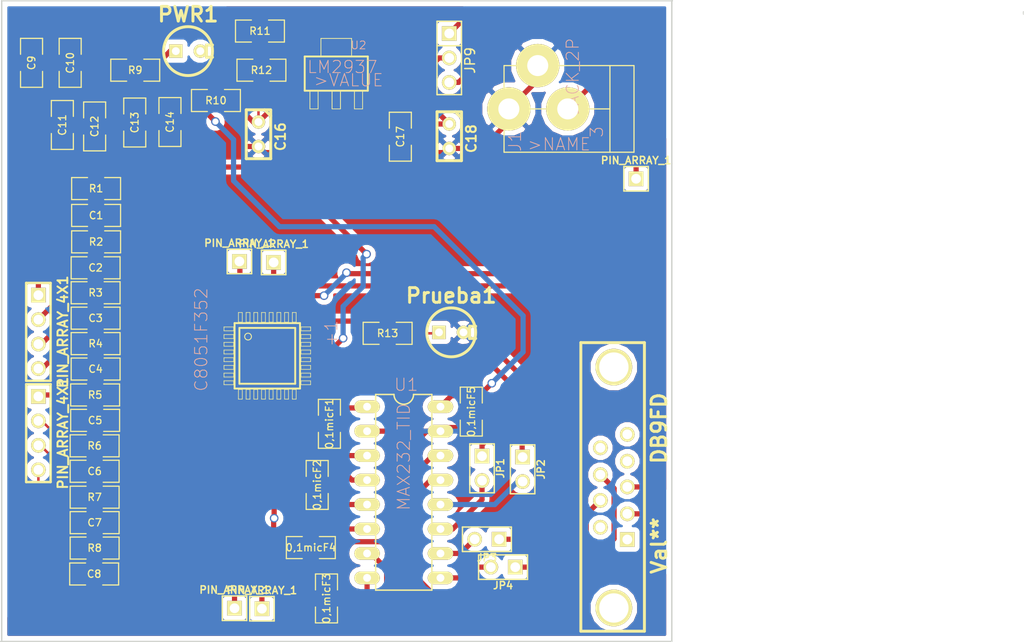
<source format=kicad_pcb>
(kicad_pcb (version 3) (host pcbnew "(2013-07-07 BZR 4022)-stable")
  (layers (15 F.Cu signal) (0 B.Cu signal hide) (18 B.Paste user) (19 F.Paste user) (20 B.SilkS user) (21 F.SilkS user) (22 B.Mask user) (23 F.Mask user) (28 Edge.Cuts user))
  (net 0 "")
  (net 1 +3.3V)
  (net 2 AGND)
  (net 3 DGND)
  (net 4 GND)
  (net 5 N-000001)
  (net 6 N-000002)
  (net 7 N-000003)
  (net 8 N-000004)
  (net 9 N-000005)
  (net 10 N-000006)
  (net 11 N-000008)
  (net 12 N-000009)
  (net 13 N-000010)
  (net 14 N-000011)
  (net 15 N-000013)
  (net 16 N-000014)
  (net 17 N-000015)
  (net 18 N-000016)
  (net 19 N-000017)
  (net 20 N-000019)
  (net 21 N-000020)
  (net 22 N-000021)
  (net 23 N-000024)
  (net 24 N-000025)
  (net 25 N-000026)
  (net 26 N-000027)
  (net 27 N-000028)
  (net 28 N-000029)
  (net 29 N-000030)
  (net 30 N-000032)
  (net 31 N-000033)
  (net 32 N-000034)
  (net 33 N-000035)
  (net 34 N-000037)
  (net 35 N-000038)
  (net 36 N-000042)
  (net 37 N-000043)
  (net 38 N-000044)
  (net 39 N-000045)
  (net 40 N-000046)
  (net 41 N-000047)
  (net 42 N-000048)
  (net 43 N-000050)
  (net 44 N-000053)
  (net 45 N-000054)
  (net 46 N-000055)
  (net 47 N-000057)
  (net 48 N-000058)
  (net 49 N-000074)
  (net 50 VDD)
  (module DB9FD (layer F.Cu) (at 104.4448 62.9412 270)
    (fp_text reference DB9FD (at -6.096 -4.826 450) (layer F.SilkS) (effects (font (size 1.524 1.524) (thickness 0.3048))))
    (fp_text value Val** (at 6.096 -4.826 270) (layer F.SilkS) (effects (font (size 1.524 1.524) (thickness 0.3048))))
    (pad 0 thru_hole circle (at -12.446 -0.127 270) (size 3.81 3.81) (drill 3.048) (layers *.Cu *.Mask F.SilkS))
    (pad 0 thru_hole circle (at 12.573 -0.127 270) (size 3.81 3.81) (drill 3.048) (layers *.Cu *.Mask F.SilkS))
    (pad 1 thru_hole rect (at 5.461 -1.524 270) (size 1.524 1.524) (drill 1.016) (layers *.Cu *.Mask F.SilkS))
    (pad 2 thru_hole circle (at 2.794 -1.524 270) (size 1.524 1.524) (drill 1.016) (layers *.Cu *.Mask F.SilkS) (net 31 N-000033))
    (pad 3 thru_hole circle (at 0 -1.524 270) (size 1.524 1.524) (drill 1.016) (layers *.Cu *.Mask F.SilkS) (net 26 N-000027))
    (pad 4 thru_hole circle (at -2.667 -1.524 270) (size 1.524 1.524) (drill 1.016) (layers *.Cu *.Mask F.SilkS))
    (pad 5 thru_hole circle (at -5.461 -1.524 270) (size 1.524 1.524) (drill 1.016) (layers *.Cu *.Mask F.SilkS))
    (pad 6 thru_hole circle (at 4.191 1.27 270) (size 1.524 1.524) (drill 1.016) (layers *.Cu *.Mask F.SilkS))
    (pad 7 thru_hole circle (at 1.397 1.27 270) (size 1.524 1.524) (drill 1.016) (layers *.Cu *.Mask F.SilkS) (net 25 N-000026))
    (pad 8 thru_hole circle (at -1.27 1.27 270) (size 1.524 1.524) (drill 1.016) (layers *.Cu *.Mask F.SilkS) (net 32 N-000034))
    (pad 9 thru_hole circle (at -4.064 1.27 270) (size 1.524 1.524) (drill 1.016) (layers *.Cu *.Mask F.SilkS))
  )
  (module SM1206 (layer F.Cu) (at 81.0768 46.99)
    (fp_text reference R13 (at 0 0) (layer F.SilkS) (effects (font (size 0.762 0.762) (thickness 0.127))))
    (fp_text value 470 hide)
    (pad 1 smd rect (at -1.651 0) (size 1.524 2.032) (layers F.Cu F.Paste F.Mask) (net 33 N-000035))
    (pad 2 smd rect (at 1.651 0) (size 1.524 2.032) (layers F.Cu F.Paste F.Mask) (net 34 N-000037))
  )
  (module LEDV (layer F.Cu) (at 87.6808 46.8884)
    (fp_text reference Prueba1 (at 0 -3.81) (layer F.SilkS) (effects (font (size 1.524 1.524) (thickness 0.3048))))
    (fp_text value LED hide)
    (pad 1 thru_hole rect (at -1.27 0) (size 1.397 1.397) (drill 0.8128) (layers *.Cu *.Mask F.SilkS) (net 34 N-000037))
    (pad 2 thru_hole circle (at 1.27 0) (size 1.397 1.397) (drill 0.8128) (layers *.Cu *.Mask F.SilkS) (net 4 GND))
  )
  (module SM1206 (layer F.Cu) (at 82.3976 26.5684 270)
    (fp_text reference C17 (at 0 0 270) (layer F.SilkS) (effects (font (size 0.762 0.762) (thickness 0.127))))
    (fp_text value C hide)
    (pad 1 smd rect (at -1.651 0 270) (size 1.524 2.032) (layers F.Cu F.Paste F.Mask) (net 15 N-000013))
    (pad 2 smd rect (at 1.651 0 270) (size 1.524 2.032) (layers F.Cu F.Paste F.Mask) (net 4 GND))
  )
  (module SM1206 (layer F.Cu) (at 73.1012 69.2404)
    (fp_text reference 0,1micF4 (at 0 0) (layer F.SilkS) (effects (font (size 0.762 0.762) (thickness 0.127))))
    (fp_text value C10 hide)
    (pad 1 smd rect (at -1.651 0) (size 1.524 2.032) (layers F.Cu F.Paste F.Mask) (net 24 N-000025))
    (pad 2 smd rect (at 1.651 0) (size 1.524 2.032) (layers F.Cu F.Paste F.Mask) (net 4 GND))
  )
  (module SM1206 (layer F.Cu) (at 74.7268 74.5236 90)
    (fp_text reference 0,1micF3 (at 0 0 90) (layer F.SilkS) (effects (font (size 0.762 0.762) (thickness 0.127))))
    (fp_text value C12 hide)
    (pad 1 smd rect (at -1.651 0 90) (size 1.524 2.032) (layers F.Cu F.Paste F.Mask) (net 23 N-000024))
    (pad 2 smd rect (at 1.651 0 90) (size 1.524 2.032) (layers F.Cu F.Paste F.Mask) (net 4 GND))
  )
  (module SM1206 (layer F.Cu) (at 75.0316 56.388 270)
    (fp_text reference 0,1micF1 (at 0 0 270) (layer F.SilkS) (effects (font (size 0.762 0.762) (thickness 0.127))))
    (fp_text value C8 hide)
    (pad 1 smd rect (at -1.651 0 270) (size 1.524 2.032) (layers F.Cu F.Paste F.Mask) (net 20 N-000019))
    (pad 2 smd rect (at 1.651 0 270) (size 1.524 2.032) (layers F.Cu F.Paste F.Mask) (net 21 N-000020))
  )
  (module SM1206 (layer F.Cu) (at 54.864 19.6596)
    (fp_text reference R9 (at 0 0) (layer F.SilkS) (effects (font (size 0.762 0.762) (thickness 0.127))))
    (fp_text value 470 hide)
    (pad 1 smd rect (at -1.651 0) (size 1.524 2.032) (layers F.Cu F.Paste F.Mask) (net 1 +3.3V))
    (pad 2 smd rect (at 1.651 0) (size 1.524 2.032) (layers F.Cu F.Paste F.Mask) (net 29 N-000030))
  )
  (module SM1206 (layer F.Cu) (at 50.7492 45.4152)
    (fp_text reference C3 (at 0 0) (layer F.SilkS) (effects (font (size 0.762 0.762) (thickness 0.127))))
    (fp_text value 0,1micF hide)
    (pad 1 smd rect (at -1.651 0) (size 1.524 2.032) (layers F.Cu F.Paste F.Mask) (net 43 N-000050))
    (pad 2 smd rect (at 1.651 0) (size 1.524 2.032) (layers F.Cu F.Paste F.Mask) (net 4 GND))
  )
  (module SM1206 (layer F.Cu) (at 44.0944 18.8976 270)
    (fp_text reference C9 (at 0 0 270) (layer F.SilkS) (effects (font (size 0.762 0.762) (thickness 0.127))))
    (fp_text value 0,1micF hide)
    (pad 1 smd rect (at -1.651 0 270) (size 1.524 2.032) (layers F.Cu F.Paste F.Mask) (net 49 N-000074))
    (pad 2 smd rect (at 1.651 0 270) (size 1.524 2.032) (layers F.Cu F.Paste F.Mask) (net 4 GND))
  )
  (module SM1206 (layer F.Cu) (at 89.7636 55.118 270)
    (fp_text reference 0,1micF5 (at 0 0 270) (layer F.SilkS) (effects (font (size 0.762 0.762) (thickness 0.127))))
    (fp_text value C11 hide)
    (pad 1 smd rect (at -1.651 0 270) (size 1.524 2.032) (layers F.Cu F.Paste F.Mask) (net 1 +3.3V))
    (pad 2 smd rect (at 1.651 0 270) (size 1.524 2.032) (layers F.Cu F.Paste F.Mask) (net 4 GND))
  )
  (module SM1206 (layer F.Cu) (at 48.1076 18.8976 270)
    (fp_text reference C10 (at 0 0 270) (layer F.SilkS) (effects (font (size 0.762 0.762) (thickness 0.127))))
    (fp_text value 0,1micF hide)
    (pad 1 smd rect (at -1.651 0 270) (size 1.524 2.032) (layers F.Cu F.Paste F.Mask) (net 49 N-000074))
    (pad 2 smd rect (at 1.651 0 270) (size 1.524 2.032) (layers F.Cu F.Paste F.Mask) (net 4 GND))
  )
  (module SM1206 (layer F.Cu) (at 47.2948 25.3492 270)
    (fp_text reference C11 (at 0 0 270) (layer F.SilkS) (effects (font (size 0.762 0.762) (thickness 0.127))))
    (fp_text value 1micF hide)
    (pad 1 smd rect (at -1.651 0 270) (size 1.524 2.032) (layers F.Cu F.Paste F.Mask) (net 50 VDD))
    (pad 2 smd rect (at 1.651 0 270) (size 1.524 2.032) (layers F.Cu F.Paste F.Mask) (net 4 GND))
  )
  (module SM1206 (layer F.Cu) (at 63.246 22.8092)
    (fp_text reference R10 (at 0 0) (layer F.SilkS) (effects (font (size 0.762 0.762) (thickness 0.127))))
    (fp_text value 2.0 hide)
    (pad 1 smd rect (at -1.651 0) (size 1.524 2.032) (layers F.Cu F.Paste F.Mask) (net 1 +3.3V))
    (pad 2 smd rect (at 1.651 0) (size 1.524 2.032) (layers F.Cu F.Paste F.Mask) (net 35 N-000038))
  )
  (module SM1206 (layer F.Cu) (at 67.9704 19.6596)
    (fp_text reference R12 (at 0 0) (layer F.SilkS) (effects (font (size 0.762 0.762) (thickness 0.127))))
    (fp_text value 2.0 hide)
    (pad 1 smd rect (at -1.651 0) (size 1.524 2.032) (layers F.Cu F.Paste F.Mask) (net 50 VDD))
    (pad 2 smd rect (at 1.651 0) (size 1.524 2.032) (layers F.Cu F.Paste F.Mask) (net 35 N-000038))
  )
  (module SM1206 (layer F.Cu) (at 67.818 15.5956)
    (fp_text reference R11 (at 0 0) (layer F.SilkS) (effects (font (size 0.762 0.762) (thickness 0.127))))
    (fp_text value 2.0 hide)
    (pad 1 smd rect (at -1.651 0) (size 1.524 2.032) (layers F.Cu F.Paste F.Mask) (net 49 N-000074))
    (pad 2 smd rect (at 1.651 0) (size 1.524 2.032) (layers F.Cu F.Paste F.Mask) (net 35 N-000038))
  )
  (module SM1206 (layer F.Cu) (at 58.4708 25.0444 270)
    (fp_text reference C14 (at 0 0 270) (layer F.SilkS) (effects (font (size 0.762 0.762) (thickness 0.127))))
    (fp_text value 0,1micF hide)
    (pad 1 smd rect (at -1.651 0 270) (size 1.524 2.032) (layers F.Cu F.Paste F.Mask) (net 1 +3.3V))
    (pad 2 smd rect (at 1.651 0 270) (size 1.524 2.032) (layers F.Cu F.Paste F.Mask) (net 4 GND))
  )
  (module SM1206 (layer F.Cu) (at 54.8132 25.0952 270)
    (fp_text reference C13 (at 0 0 270) (layer F.SilkS) (effects (font (size 0.762 0.762) (thickness 0.127))))
    (fp_text value 0,1micF hide)
    (pad 1 smd rect (at -1.651 0 270) (size 1.524 2.032) (layers F.Cu F.Paste F.Mask) (net 1 +3.3V))
    (pad 2 smd rect (at 1.651 0 270) (size 1.524 2.032) (layers F.Cu F.Paste F.Mask) (net 4 GND))
  )
  (module SM1206 (layer F.Cu) (at 50.6476 25.5016 270)
    (fp_text reference C12 (at 0 0 270) (layer F.SilkS) (effects (font (size 0.762 0.762) (thickness 0.127))))
    (fp_text value 0,1micF hide)
    (pad 1 smd rect (at -1.651 0 270) (size 1.524 2.032) (layers F.Cu F.Paste F.Mask) (net 50 VDD))
    (pad 2 smd rect (at 1.651 0 270) (size 1.524 2.032) (layers F.Cu F.Paste F.Mask) (net 4 GND))
  )
  (module SM1206 (layer F.Cu) (at 73.7616 62.738 270)
    (fp_text reference 0,1micF2 (at 0 0 270) (layer F.SilkS) (effects (font (size 0.762 0.762) (thickness 0.127))))
    (fp_text value C9 hide)
    (pad 1 smd rect (at -1.651 0 270) (size 1.524 2.032) (layers F.Cu F.Paste F.Mask) (net 28 N-000029))
    (pad 2 smd rect (at 1.651 0 270) (size 1.524 2.032) (layers F.Cu F.Paste F.Mask) (net 27 N-000028))
  )
  (module SM1206 (layer F.Cu) (at 50.7492 42.7736)
    (fp_text reference R3 (at 0 0) (layer F.SilkS) (effects (font (size 0.762 0.762) (thickness 0.127))))
    (fp_text value 100ohm hide)
    (pad 1 smd rect (at -1.651 0) (size 1.524 2.032) (layers F.Cu F.Paste F.Mask) (net 43 N-000050))
    (pad 2 smd rect (at 1.651 0) (size 1.524 2.032) (layers F.Cu F.Paste F.Mask) (net 11 N-000008))
  )
  (module SM1206 (layer F.Cu) (at 50.7492 40.1828)
    (fp_text reference C2 (at 0 0) (layer F.SilkS) (effects (font (size 0.762 0.762) (thickness 0.127))))
    (fp_text value 0,1micF hide)
    (pad 1 smd rect (at -1.651 0) (size 1.524 2.032) (layers F.Cu F.Paste F.Mask) (net 42 N-000048))
    (pad 2 smd rect (at 1.651 0) (size 1.524 2.032) (layers F.Cu F.Paste F.Mask) (net 4 GND))
  )
  (module SM1206 (layer F.Cu) (at 50.8 37.4904)
    (fp_text reference R2 (at 0 0) (layer F.SilkS) (effects (font (size 0.762 0.762) (thickness 0.127))))
    (fp_text value 100ohm hide)
    (pad 1 smd rect (at -1.651 0) (size 1.524 2.032) (layers F.Cu F.Paste F.Mask) (net 42 N-000048))
    (pad 2 smd rect (at 1.651 0) (size 1.524 2.032) (layers F.Cu F.Paste F.Mask) (net 41 N-000047))
  )
  (module SM1206 (layer F.Cu) (at 50.8 34.7472)
    (fp_text reference C1 (at 0 0) (layer F.SilkS) (effects (font (size 0.762 0.762) (thickness 0.127))))
    (fp_text value 0,1micF hide)
    (pad 1 smd rect (at -1.651 0) (size 1.524 2.032) (layers F.Cu F.Paste F.Mask) (net 39 N-000045))
    (pad 2 smd rect (at 1.651 0) (size 1.524 2.032) (layers F.Cu F.Paste F.Mask) (net 4 GND))
  )
  (module SM1206 (layer F.Cu) (at 50.8 31.9532)
    (fp_text reference R1 (at 0 0) (layer F.SilkS) (effects (font (size 0.762 0.762) (thickness 0.127))))
    (fp_text value 100ohm hide)
    (pad 1 smd rect (at -1.651 0) (size 1.524 2.032) (layers F.Cu F.Paste F.Mask) (net 39 N-000045))
    (pad 2 smd rect (at 1.651 0) (size 1.524 2.032) (layers F.Cu F.Paste F.Mask) (net 38 N-000044))
  )
  (module SM1206 (layer F.Cu) (at 50.7492 50.6984)
    (fp_text reference C4 (at 0 0) (layer F.SilkS) (effects (font (size 0.762 0.762) (thickness 0.127))))
    (fp_text value 0,1micF hide)
    (pad 1 smd rect (at -1.651 0) (size 1.524 2.032) (layers F.Cu F.Paste F.Mask) (net 37 N-000043))
    (pad 2 smd rect (at 1.651 0) (size 1.524 2.032) (layers F.Cu F.Paste F.Mask) (net 3 DGND))
  )
  (module SM1206 (layer F.Cu) (at 50.7492 48.0568)
    (fp_text reference R4 (at 0 0) (layer F.SilkS) (effects (font (size 0.762 0.762) (thickness 0.127))))
    (fp_text value 100ohm hide)
    (pad 1 smd rect (at -1.651 0) (size 1.524 2.032) (layers F.Cu F.Paste F.Mask) (net 37 N-000043))
    (pad 2 smd rect (at 1.651 0) (size 1.524 2.032) (layers F.Cu F.Paste F.Mask) (net 36 N-000042))
  )
  (module SM1206 (layer F.Cu) (at 50.6984 56.0324)
    (fp_text reference C5 (at 0 0) (layer F.SilkS) (effects (font (size 0.762 0.762) (thickness 0.127))))
    (fp_text value 0,1micF hide)
    (pad 1 smd rect (at -1.651 0) (size 1.524 2.032) (layers F.Cu F.Paste F.Mask) (net 40 N-000046))
    (pad 2 smd rect (at 1.651 0) (size 1.524 2.032) (layers F.Cu F.Paste F.Mask) (net 4 GND))
  )
  (module SM1206 (layer F.Cu) (at 50.6984 53.3908)
    (fp_text reference R5 (at 0 0) (layer F.SilkS) (effects (font (size 0.762 0.762) (thickness 0.127))))
    (fp_text value 100ohm hide)
    (pad 1 smd rect (at -1.651 0) (size 1.524 2.032) (layers F.Cu F.Paste F.Mask) (net 40 N-000046))
    (pad 2 smd rect (at 1.651 0) (size 1.524 2.032) (layers F.Cu F.Paste F.Mask) (net 48 N-000058))
  )
  (module SM1206 (layer F.Cu) (at 50.6476 61.3156)
    (fp_text reference C6 (at 0 0) (layer F.SilkS) (effects (font (size 0.762 0.762) (thickness 0.127))))
    (fp_text value 0,1micF hide)
    (pad 1 smd rect (at -1.651 0) (size 1.524 2.032) (layers F.Cu F.Paste F.Mask) (net 47 N-000057))
    (pad 2 smd rect (at 1.651 0) (size 1.524 2.032) (layers F.Cu F.Paste F.Mask) (net 4 GND))
  )
  (module SM1206 (layer F.Cu) (at 50.6476 58.674)
    (fp_text reference R6 (at 0 0) (layer F.SilkS) (effects (font (size 0.762 0.762) (thickness 0.127))))
    (fp_text value 100ohm hide)
    (pad 1 smd rect (at -1.651 0) (size 1.524 2.032) (layers F.Cu F.Paste F.Mask) (net 47 N-000057))
    (pad 2 smd rect (at 1.651 0) (size 1.524 2.032) (layers F.Cu F.Paste F.Mask) (net 46 N-000055))
  )
  (module SM1206 (layer F.Cu) (at 50.6476 66.6496)
    (fp_text reference C7 (at 0 0) (layer F.SilkS) (effects (font (size 0.762 0.762) (thickness 0.127))))
    (fp_text value 0,1micF hide)
    (pad 1 smd rect (at -1.651 0) (size 1.524 2.032) (layers F.Cu F.Paste F.Mask) (net 45 N-000054))
    (pad 2 smd rect (at 1.651 0) (size 1.524 2.032) (layers F.Cu F.Paste F.Mask) (net 4 GND))
  )
  (module SM1206 (layer F.Cu) (at 50.6476 64.008)
    (fp_text reference R7 (at 0 0) (layer F.SilkS) (effects (font (size 0.762 0.762) (thickness 0.127))))
    (fp_text value 100ohm hide)
    (pad 1 smd rect (at -1.651 0) (size 1.524 2.032) (layers F.Cu F.Paste F.Mask) (net 45 N-000054))
    (pad 2 smd rect (at 1.651 0) (size 1.524 2.032) (layers F.Cu F.Paste F.Mask) (net 12 N-000009))
  )
  (module SM1206 (layer F.Cu) (at 50.5968 71.9836)
    (fp_text reference C8 (at 0 0) (layer F.SilkS) (effects (font (size 0.762 0.762) (thickness 0.127))))
    (fp_text value 0,1micF hide)
    (pad 1 smd rect (at -1.651 0) (size 1.524 2.032) (layers F.Cu F.Paste F.Mask) (net 44 N-000053))
    (pad 2 smd rect (at 1.651 0) (size 1.524 2.032) (layers F.Cu F.Paste F.Mask) (net 4 GND))
  )
  (module SM1206 (layer F.Cu) (at 50.6476 69.2912)
    (fp_text reference R8 (at 0 0) (layer F.SilkS) (effects (font (size 0.762 0.762) (thickness 0.127))))
    (fp_text value 100ohm hide)
    (pad 1 smd rect (at -1.651 0) (size 1.524 2.032) (layers F.Cu F.Paste F.Mask) (net 44 N-000053))
    (pad 2 smd rect (at 1.651 0) (size 1.524 2.032) (layers F.Cu F.Paste F.Mask) (net 13 N-000010))
  )
  (module POWER-IN-JACK-PMS (layer F.Cu) (at 96.9772 24.1808 270)
    (fp_text reference J1 (at 2.8829 2.67462 270) (layer B.SilkS) (effects (font (size 1.27 1.27) (thickness 0.0889))))
    (fp_text value JACK_2P (at -3.86334 -3.32486 270) (layer B.SilkS) (effects (font (size 1.27 1.27) (thickness 0.0889))))
    (fp_text user 3 (at 1.88468 -5.82422 270) (layer B.SilkS) (effects (font (size 1.27 1.27) (thickness 0.0889))))
    (fp_text user >NAME (at 3.175 -1.905 360) (layer B.SilkS) (effects (font (size 1.27 1.27) (thickness 0.0889))))
    (pad 1 thru_hole circle (at -0.49784 3.30962 270) (size 4.49834 4.49834) (drill 2.18186) (layers *.Cu F.Paste F.SilkS F.Mask) (net 4 GND))
    (pad 2 thru_hole circle (at -4.99872 0.30988 270) (size 4.49834 4.49834) (drill 2.18186) (layers *.Cu F.Paste F.SilkS F.Mask) (net 4 GND))
    (pad 3 thru_hole circle (at -0.49784 -2.80924 270) (size 4.49834 4.49834) (drill 2.18186) (layers *.Cu F.Paste F.SilkS F.Mask) (net 16 N-000014))
  )
  (module PIN_ARRAY_3X1 (layer F.Cu) (at 87.4776 18.3896 270)
    (fp_text reference JP9 (at 0.254 -2.159 270) (layer F.SilkS) (effects (font (size 1.016 1.016) (thickness 0.1524))))
    (fp_text value JUMPER3 hide)
    (pad 1 thru_hole rect (at -2.54 0 270) (size 1.524 1.524) (drill 1.016) (layers *.Cu *.Mask F.SilkS) (net 30 N-000032))
    (pad 2 thru_hole circle (at 0 0 270) (size 1.524 1.524) (drill 1.016) (layers *.Cu *.Mask F.SilkS) (net 15 N-000013))
    (pad 3 thru_hole circle (at 2.54 0 270) (size 1.524 1.524) (drill 1.016) (layers *.Cu *.Mask F.SilkS) (net 16 N-000014))
  )
  (module PIN_ARRAY_2X1 (layer F.Cu) (at 93.0656 71.2724 180)
    (fp_text reference JP4 (at 0 -1.905 180) (layer F.SilkS) (effects (font (size 0.762 0.762) (thickness 0.1524))))
    (fp_text value JUMPER hide)
    (pad 1 thru_hole rect (at -1.27 0 180) (size 1.524 1.524) (drill 1.016) (layers *.Cu *.Mask F.SilkS) (net 8 N-000004))
    (pad 2 thru_hole circle (at 1.27 0 180) (size 1.524 1.524) (drill 1.016) (layers *.Cu *.Mask F.SilkS) (net 6 N-000002))
  )
  (module PIN_ARRAY_2X1 (layer F.Cu) (at 91.3892 68.3768 180)
    (fp_text reference JP3 (at 0 -1.905 180) (layer F.SilkS) (effects (font (size 0.762 0.762) (thickness 0.1524))))
    (fp_text value JUMPER hide)
    (pad 1 thru_hole rect (at -1.27 0 180) (size 1.524 1.524) (drill 1.016) (layers *.Cu *.Mask F.SilkS) (net 5 N-000001))
    (pad 2 thru_hole circle (at 1.27 0 180) (size 1.524 1.524) (drill 1.016) (layers *.Cu *.Mask F.SilkS) (net 19 N-000017))
  )
  (module PIN_ARRAY_2X1 (layer F.Cu) (at 95.0976 61.1124 270)
    (fp_text reference JP2 (at 0 -1.905 270) (layer F.SilkS) (effects (font (size 0.762 0.762) (thickness 0.1524))))
    (fp_text value JUMPER hide)
    (pad 1 thru_hole rect (at -1.27 0 270) (size 1.524 1.524) (drill 1.016) (layers *.Cu *.Mask F.SilkS) (net 9 N-000005))
    (pad 2 thru_hole circle (at 1.27 0 270) (size 1.524 1.524) (drill 1.016) (layers *.Cu *.Mask F.SilkS) (net 7 N-000003))
  )
  (module PIN_ARRAY_2X1 (layer F.Cu) (at 90.8812 61.0108 270)
    (fp_text reference JP1 (at 0 -1.905 270) (layer F.SilkS) (effects (font (size 0.762 0.762) (thickness 0.1524))))
    (fp_text value JUMPER hide)
    (pad 1 thru_hole rect (at -1.27 0 270) (size 1.524 1.524) (drill 1.016) (layers *.Cu *.Mask F.SilkS) (net 10 N-000006))
    (pad 2 thru_hole circle (at 1.27 0 270) (size 1.524 1.524) (drill 1.016) (layers *.Cu *.Mask F.SilkS) (net 22 N-000021))
  )
  (module micro-silabs-LQFP32 (layer F.Cu) (at 68.58 49.3268 270)
    (fp_text reference +1 (at -2.3241 -6.63448 270) (layer B.SilkS) (effects (font (size 1.27 1.27) (thickness 0.0889))))
    (fp_text value C8051F352 (at -1.6891 6.86308 270) (layer B.SilkS) (effects (font (size 1.27 1.27) (thickness 0.0889))))
    (pad 1 smd rect (at -2.79908 4.09956 270) (size 0.49784 1.79832) (layers F.Cu F.Paste F.Mask) (net 38 N-000044))
    (pad 2 smd rect (at -1.99898 4.09956 270) (size 0.49784 1.79832) (layers F.Cu F.Paste F.Mask) (net 41 N-000047))
    (pad 3 smd rect (at -1.19888 4.09956 270) (size 0.49784 1.79832) (layers F.Cu F.Paste F.Mask) (net 11 N-000008))
    (pad 4 smd rect (at -0.39878 4.09956 270) (size 0.49784 1.79832) (layers F.Cu F.Paste F.Mask) (net 36 N-000042))
    (pad 5 smd rect (at 0.39878 4.09956 270) (size 0.49784 1.79832) (layers F.Cu F.Paste F.Mask) (net 48 N-000058))
    (pad 6 smd rect (at 1.19888 4.09956 270) (size 0.49784 1.79832) (layers F.Cu F.Paste F.Mask) (net 46 N-000055))
    (pad 7 smd rect (at 1.99898 4.09956 270) (size 0.49784 1.79832) (layers F.Cu F.Paste F.Mask) (net 12 N-000009))
    (pad 8 smd rect (at 2.79908 4.09956 270) (size 0.49784 1.79832) (layers F.Cu F.Paste F.Mask) (net 13 N-000010))
    (pad 9 smd rect (at 4.09956 2.79908 270) (size 1.79832 0.49784) (layers F.Cu F.Paste F.Mask) (net 2 AGND))
    (pad 10 smd rect (at 4.09956 1.99898 270) (size 1.79832 0.49784) (layers F.Cu F.Paste F.Mask) (net 49 N-000074))
    (pad 11 smd rect (at 4.09956 1.19888 270) (size 1.79832 0.49784) (layers F.Cu F.Paste F.Mask) (net 14 N-000011))
    (pad 12 smd rect (at 4.09956 0.39878 270) (size 1.79832 0.49784) (layers F.Cu F.Paste F.Mask) (net 11 N-000008))
    (pad 13 smd rect (at 4.09956 -0.39878 270) (size 1.79832 0.49784) (layers F.Cu F.Paste F.Mask))
    (pad 14 smd rect (at 4.09956 -1.19888 270) (size 1.79832 0.49784) (layers F.Cu F.Paste F.Mask))
    (pad 15 smd rect (at 4.09956 -1.99898 270) (size 1.79832 0.49784) (layers F.Cu F.Paste F.Mask))
    (pad 16 smd rect (at 4.09956 -2.79908 270) (size 1.79832 0.49784) (layers F.Cu F.Paste F.Mask))
    (pad 17 smd rect (at 2.79908 -4.09956 270) (size 0.49784 1.79832) (layers F.Cu F.Paste F.Mask) (net 10 N-000006))
    (pad 18 smd rect (at 1.99898 -4.09956 270) (size 0.49784 1.79832) (layers F.Cu F.Paste F.Mask) (net 9 N-000005))
    (pad 19 smd rect (at 1.19888 -4.09956 270) (size 0.49784 1.79832) (layers F.Cu F.Paste F.Mask))
    (pad 20 smd rect (at 0.39878 -4.09956 270) (size 0.49784 1.79832) (layers F.Cu F.Paste F.Mask))
    (pad 21 smd rect (at -0.39878 -4.09956 270) (size 0.49784 1.79832) (layers F.Cu F.Paste F.Mask) (net 50 VDD))
    (pad 22 smd rect (at -1.19888 -4.09956 270) (size 0.49784 1.79832) (layers F.Cu F.Paste F.Mask) (net 4 GND))
    (pad 23 smd rect (at -1.99898 -4.09956 270) (size 0.49784 1.79832) (layers F.Cu F.Paste F.Mask))
    (pad 24 smd rect (at -2.79908 -4.09956 270) (size 0.49784 1.79832) (layers F.Cu F.Paste F.Mask) (net 33 N-000035))
    (pad 25 smd rect (at -4.09956 -2.79908 270) (size 1.79832 0.49784) (layers F.Cu F.Paste F.Mask))
    (pad 26 smd rect (at -4.09956 -1.99898 270) (size 1.79832 0.49784) (layers F.Cu F.Paste F.Mask))
    (pad 27 smd rect (at -4.09956 -1.19888 270) (size 1.79832 0.49784) (layers F.Cu F.Paste F.Mask) (net 8 N-000004))
    (pad 28 smd rect (at -4.09956 -0.39878 270) (size 1.79832 0.49784) (layers F.Cu F.Paste F.Mask) (net 5 N-000001))
    (pad 29 smd rect (at -4.09956 0.39878 270) (size 1.79832 0.49784) (layers F.Cu F.Paste F.Mask))
    (pad 30 smd rect (at -4.09956 1.19888 270) (size 1.79832 0.49784) (layers F.Cu F.Paste F.Mask))
    (pad 31 smd rect (at -4.09956 1.99898 270) (size 1.79832 0.49784) (layers F.Cu F.Paste F.Mask) (net 18 N-000016))
    (pad 32 smd rect (at -4.09956 2.79908 270) (size 1.79832 0.49784) (layers F.Cu F.Paste F.Mask) (net 17 N-000015))
  )
  (module max232ti_n-DIL16 (layer F.Cu) (at 82.7532 63.5 270)
    (fp_text reference U1 (at -11.176 -0.254 360) (layer B.SilkS) (effects (font (size 1.27 1.27) (thickness 0.0889))))
    (fp_text value MAX232_TID (at -3.683 0 270) (layer B.SilkS) (effects (font (size 1.27 1.27) (thickness 0.0889))))
    (pad 1 thru_hole oval (at -8.89 3.81 270) (size 1.3208 2.6416) (drill 0.8128) (layers *.Cu F.Paste F.SilkS F.Mask) (net 20 N-000019))
    (pad 2 thru_hole oval (at -6.35 3.81 270) (size 1.3208 2.6416) (drill 0.8128) (layers *.Cu F.Paste F.SilkS F.Mask) (net 23 N-000024))
    (pad 3 thru_hole oval (at -3.81 3.81 270) (size 1.3208 2.6416) (drill 0.8128) (layers *.Cu F.Paste F.SilkS F.Mask) (net 21 N-000020))
    (pad 4 thru_hole oval (at -1.27 3.81 270) (size 1.3208 2.6416) (drill 0.8128) (layers *.Cu F.Paste F.SilkS F.Mask) (net 28 N-000029))
    (pad 5 thru_hole oval (at 1.27 3.81 270) (size 1.3208 2.6416) (drill 0.8128) (layers *.Cu F.Paste F.SilkS F.Mask) (net 27 N-000028))
    (pad 6 thru_hole oval (at 3.81 3.81 270) (size 1.3208 2.6416) (drill 0.8128) (layers *.Cu F.Paste F.SilkS F.Mask) (net 24 N-000025))
    (pad 7 thru_hole oval (at 6.35 3.81 270) (size 1.3208 2.6416) (drill 0.8128) (layers *.Cu F.Paste F.SilkS F.Mask) (net 31 N-000033))
    (pad 8 thru_hole oval (at 8.89 3.81 270) (size 1.3208 2.6416) (drill 0.8128) (layers *.Cu F.Paste F.SilkS F.Mask) (net 26 N-000027))
    (pad 9 thru_hole oval (at 8.89 -3.81 270) (size 1.3208 2.6416) (drill 0.8128) (layers *.Cu F.Paste F.SilkS F.Mask) (net 6 N-000002))
    (pad 10 thru_hole oval (at 6.35 -3.81 270) (size 1.3208 2.6416) (drill 0.8128) (layers *.Cu F.Paste F.SilkS F.Mask) (net 19 N-000017))
    (pad 11 thru_hole oval (at 3.81 -3.81 270) (size 1.3208 2.6416) (drill 0.8128) (layers *.Cu F.Paste F.SilkS F.Mask) (net 22 N-000021))
    (pad 12 thru_hole oval (at 1.27 -3.81 270) (size 1.3208 2.6416) (drill 0.8128) (layers *.Cu F.Paste F.SilkS F.Mask) (net 7 N-000003))
    (pad 13 thru_hole oval (at -1.27 -3.81 270) (size 1.3208 2.6416) (drill 0.8128) (layers *.Cu F.Paste F.SilkS F.Mask) (net 25 N-000026))
    (pad 14 thru_hole oval (at -3.81 -3.81 270) (size 1.3208 2.6416) (drill 0.8128) (layers *.Cu F.Paste F.SilkS F.Mask) (net 32 N-000034))
    (pad 15 thru_hole oval (at -6.35 -3.81 270) (size 1.3208 2.6416) (drill 0.8128) (layers *.Cu F.Paste F.SilkS F.Mask) (net 4 GND))
    (pad 16 thru_hole oval (at -8.89 -3.81 270) (size 1.3208 2.6416) (drill 0.8128) (layers *.Cu F.Paste F.SilkS F.Mask) (net 1 +3.3V))
  )
  (module lm2937-SOT223 (layer F.Cu) (at 75.7428 20.0152)
    (fp_text reference U2 (at 2.3114 -2.9464) (layer B.SilkS) (effects (font (size 0.8128 0.8128) (thickness 0.0889))))
    (fp_text value LM2937 (at 0.635 -0.6858) (layer B.SilkS) (effects (font (size 1.27 1.27) (thickness 0.0889))))
    (fp_text user >VALUE (at 1.27 0.6858) (layer B.SilkS) (effects (font (size 1.27 1.27) (thickness 0.0889))))
    (pad 2 smd rect (at 0 3.0988) (size 1.21666 2.23266) (layers F.Cu F.Paste F.Mask) (net 4 GND))
    (pad GND@ smd rect (at 0 -3.0988) (size 3.59918 2.19964) (layers F.Cu F.Paste F.Mask) (net 4 GND))
    (pad IN smd rect (at -2.30886 3.0988) (size 1.21666 2.23266) (layers F.Cu F.Paste F.Mask) (net 35 N-000038))
    (pad 3 smd rect (at 2.30886 3.0988) (size 1.21666 2.23266) (layers F.Cu F.Paste F.Mask) (net 15 N-000013))
  )
  (module LEDV (layer F.Cu) (at 60.3504 17.6784)
    (fp_text reference PWR1 (at 0 -3.81) (layer F.SilkS) (effects (font (size 1.524 1.524) (thickness 0.3048))))
    (fp_text value LED hide)
    (pad 1 thru_hole rect (at -1.27 0) (size 1.397 1.397) (drill 0.8128) (layers *.Cu *.Mask F.SilkS) (net 29 N-000030))
    (pad 2 thru_hole circle (at 1.27 0) (size 1.397 1.397) (drill 0.8128) (layers *.Cu *.Mask F.SilkS))
  )
  (module C1 (layer F.Cu) (at 67.6656 26.3144 270)
    (fp_text reference C16 (at 0.254 -2.286 270) (layer F.SilkS) (effects (font (size 1.016 1.016) (thickness 0.2032))))
    (fp_text value 15uF hide)
    (pad 1 thru_hole circle (at -1.27 0 270) (size 1.397 1.397) (drill 0.8128) (layers *.Cu *.Mask F.SilkS) (net 35 N-000038))
    (pad 2 thru_hole circle (at 1.27 0 270) (size 1.397 1.397) (drill 0.8128) (layers *.Cu *.Mask F.SilkS) (net 4 GND))
  )
  (module C1 (layer F.Cu) (at 87.4776 26.5176 270)
    (fp_text reference C18 (at 0.254 -2.286 270) (layer F.SilkS) (effects (font (size 1.016 1.016) (thickness 0.2032))))
    (fp_text value 10uF hide)
    (pad 1 thru_hole circle (at -1.27 0 270) (size 1.397 1.397) (drill 0.8128) (layers *.Cu *.Mask F.SilkS) (net 15 N-000013))
    (pad 2 thru_hole circle (at 1.27 0 270) (size 1.397 1.397) (drill 0.8128) (layers *.Cu *.Mask F.SilkS) (net 4 GND))
  )
  (module PIN_ARRAY_4x1 (layer F.Cu) (at 44.8056 46.8376 270)
    (fp_text reference PIN_ARRAY_4X1 (at 0 -2.54 270) (layer F.SilkS) (effects (font (size 1.016 1.016) (thickness 0.2032))))
    (fp_text value Val** hide)
    (pad 1 thru_hole rect (at -3.81 0 270) (size 1.524 1.524) (drill 1.016) (layers *.Cu *.Mask F.SilkS) (net 39 N-000045))
    (pad 2 thru_hole circle (at -1.27 0 270) (size 1.524 1.524) (drill 1.016) (layers *.Cu *.Mask F.SilkS) (net 42 N-000048))
    (pad 3 thru_hole circle (at 1.27 0 270) (size 1.524 1.524) (drill 1.016) (layers *.Cu *.Mask F.SilkS) (net 43 N-000050))
    (pad 4 thru_hole circle (at 3.81 0 270) (size 1.524 1.524) (drill 1.016) (layers *.Cu *.Mask F.SilkS) (net 37 N-000043))
  )
  (module PIN_ARRAY_4x1 (layer F.Cu) (at 44.8056 57.3532 270)
    (fp_text reference PIN_ARRAY_4X1 (at 0 -2.54 270) (layer F.SilkS) (effects (font (size 1.016 1.016) (thickness 0.2032))))
    (fp_text value Val** hide)
    (pad 1 thru_hole rect (at -3.81 0 270) (size 1.524 1.524) (drill 1.016) (layers *.Cu *.Mask F.SilkS) (net 40 N-000046))
    (pad 2 thru_hole circle (at -1.27 0 270) (size 1.524 1.524) (drill 1.016) (layers *.Cu *.Mask F.SilkS) (net 47 N-000057))
    (pad 3 thru_hole circle (at 1.27 0 270) (size 1.524 1.524) (drill 1.016) (layers *.Cu *.Mask F.SilkS) (net 46 N-000055))
    (pad 4 thru_hole circle (at 3.81 0 270) (size 1.524 1.524) (drill 1.016) (layers *.Cu *.Mask F.SilkS) (net 45 N-000054))
  )
  (module PIN_ARRAY_1 (layer F.Cu) (at 106.8832 30.9372)
    (fp_text reference PIN_ARRAY_1 (at 0 -1.905) (layer F.SilkS) (effects (font (size 0.762 0.762) (thickness 0.1524))))
    (fp_text value Val** hide)
    (pad 1 thru_hole rect (at 0 0) (size 1.524 1.524) (drill 1.016) (layers *.Cu *.Mask F.SilkS) (net 30 N-000032))
  )
  (module PIN_ARRAY_1 (layer F.Cu) (at 65.1764 75.5396)
    (fp_text reference PIN_ARRAY_1 (at 0 -1.905) (layer F.SilkS) (effects (font (size 0.762 0.762) (thickness 0.1524))))
    (fp_text value Val** hide)
    (pad 1 thru_hole rect (at 0 0) (size 1.524 1.524) (drill 1.016) (layers *.Cu *.Mask F.SilkS) (net 14 N-000011))
  )
  (module PIN_ARRAY_1 (layer F.Cu) (at 68.0212 75.5904)
    (fp_text reference PIN_ARRAY_1 (at 0 -1.905) (layer F.SilkS) (effects (font (size 0.762 0.762) (thickness 0.1524))))
    (fp_text value Val** hide)
    (pad 1 thru_hole rect (at 0 0) (size 1.524 1.524) (drill 1.016) (layers *.Cu *.Mask F.SilkS) (net 11 N-000008))
  )
  (module PIN_ARRAY_1 (layer F.Cu) (at 65.6844 39.5224)
    (fp_text reference PIN_ARRAY_1 (at 0 -1.905) (layer F.SilkS) (effects (font (size 0.762 0.762) (thickness 0.1524))))
    (fp_text value Val** hide)
    (pad 1 thru_hole rect (at 0 0) (size 1.524 1.524) (drill 1.016) (layers *.Cu *.Mask F.SilkS) (net 17 N-000015))
  )
  (module PIN_ARRAY_1 (layer F.Cu) (at 69.2404 39.624)
    (fp_text reference PIN_ARRAY_1 (at 0 -1.905) (layer F.SilkS) (effects (font (size 0.762 0.762) (thickness 0.1524))))
    (fp_text value Val** hide)
    (pad 1 thru_hole rect (at 0 0) (size 1.524 1.524) (drill 1.016) (layers *.Cu *.Mask F.SilkS) (net 18 N-000016))
  )
  (gr_line (start 40.9956 12.446) (end 40.9956 78.994) (angle 90) (layer Edge.Cuts) (width 0.15))
  (gr_line (start 110.5916 78.994) (end 40.894 78.994) (angle 90) (layer Edge.Cuts) (width 0.15))
  (gr_line (start 110.5916 12.4968) (end 110.5916 78.994) (angle 90) (layer Edge.Cuts) (width 0.15))
  (gr_line (start 110.6424 12.446) (end 110.5916 12.4968) (angle 90) (layer Edge.Cuts) (width 0.15))
  (gr_line (start 41.0464 12.446) (end 110.6424 12.446) (angle 90) (layer Edge.Cuts) (width 0.15))
  (gr_line (start 147.1168 13.8176) (end 147.1168 13.6144) (angle 90) (layer Edge.Cuts) (width 0.15))
  (segment (start 89.7636 53.467) (end 90.6018 53.467) (width 0.54) (layer F.Cu) (net 1))
  (segment (start 61.595 23.3934) (end 63.1952 24.9936) (width 0.54) (layer F.Cu) (net 1))
  (via (at 63.1952 24.9936) (size 0.889) (layers F.Cu B.Cu) (net 1))
  (segment (start 63.1952 24.9936) (end 65.0748 26.8732) (width 0.54) (layer B.Cu) (net 1))
  (segment (start 65.0748 26.8732) (end 65.0748 31.1404) (width 0.54) (layer B.Cu) (net 1))
  (segment (start 65.0748 31.1404) (end 69.85 35.9156) (width 0.54) (layer B.Cu) (net 1))
  (segment (start 69.85 35.9156) (end 85.9028 35.9156) (width 0.54) (layer B.Cu) (net 1))
  (segment (start 85.9028 35.9156) (end 95.1484 45.1612) (width 0.54) (layer B.Cu) (net 1))
  (segment (start 61.595 23.3934) (end 61.595 22.8092) (width 0.54) (layer F.Cu) (net 1))
  (segment (start 95.1484 48.9204) (end 95.1484 45.1612) (width 0.54) (layer B.Cu) (net 1))
  (segment (start 91.8972 52.1716) (end 95.1484 48.9204) (width 0.54) (layer B.Cu) (net 1))
  (via (at 91.8972 52.1716) (size 0.889) (layers F.Cu B.Cu) (net 1))
  (segment (start 90.6018 53.467) (end 91.8972 52.1716) (width 0.54) (layer F.Cu) (net 1))
  (segment (start 89.7636 53.467) (end 87.7062 53.467) (width 0.54) (layer F.Cu) (net 1))
  (segment (start 87.7062 53.467) (end 86.5632 54.61) (width 0.54) (layer F.Cu) (net 1))
  (segment (start 54.8132 23.4442) (end 54.8132 21.2598) (width 0.54) (layer F.Cu) (net 1))
  (segment (start 54.8132 21.2598) (end 53.213 19.6596) (width 0.54) (layer F.Cu) (net 1))
  (segment (start 54.8132 23.4442) (end 58.42 23.4442) (width 0.54) (layer F.Cu) (net 1))
  (segment (start 58.42 23.4442) (end 58.4708 23.3934) (width 0.54) (layer F.Cu) (net 1))
  (segment (start 61.595 22.8092) (end 59.055 22.8092) (width 0.54) (layer F.Cu) (net 1))
  (segment (start 59.055 22.8092) (end 58.4708 23.3934) (width 0.54) (layer F.Cu) (net 1))
  (segment (start 89.7636 56.769) (end 86.9442 56.769) (width 0.54) (layer F.Cu) (net 4))
  (segment (start 86.9442 56.769) (end 86.5632 57.15) (width 0.54) (layer F.Cu) (net 4))
  (segment (start 80.518 68.6308) (end 81.788 67.3608) (width 0.54) (layer F.Cu) (net 4))
  (segment (start 85.1408 57.15) (end 86.5632 57.15) (width 0.54) (layer F.Cu) (net 4))
  (segment (start 81.788 60.5028) (end 85.1408 57.15) (width 0.54) (layer F.Cu) (net 4))
  (segment (start 81.788 67.3608) (end 81.788 60.5028) (width 0.54) (layer F.Cu) (net 4))
  (segment (start 58.4708 26.6954) (end 64.0334 26.6954) (width 0.54) (layer F.Cu) (net 4))
  (segment (start 64.9224 27.5844) (end 67.6656 27.5844) (width 0.54) (layer F.Cu) (net 4))
  (segment (start 64.0334 26.6954) (end 64.9224 27.5844) (width 0.54) (layer F.Cu) (net 4))
  (segment (start 50.6476 27.1526) (end 54.4068 27.1526) (width 0.54) (layer F.Cu) (net 4))
  (segment (start 54.4068 27.1526) (end 54.8132 26.7462) (width 0.54) (layer F.Cu) (net 4))
  (segment (start 47.2948 27.0002) (end 50.4952 27.0002) (width 0.54) (layer F.Cu) (net 4))
  (segment (start 50.4952 27.0002) (end 50.6476 27.1526) (width 0.54) (layer F.Cu) (net 4))
  (segment (start 58.4708 26.6954) (end 54.864 26.6954) (width 0.54) (layer F.Cu) (net 4))
  (segment (start 54.864 26.6954) (end 54.8132 26.7462) (width 0.54) (layer F.Cu) (net 4))
  (segment (start 93.66758 23.68296) (end 93.66758 25.00122) (width 0.54) (layer F.Cu) (net 4))
  (segment (start 90.8812 27.7876) (end 87.4776 27.7876) (width 0.54) (layer F.Cu) (net 4))
  (segment (start 93.66758 25.00122) (end 90.8812 27.7876) (width 0.54) (layer F.Cu) (net 4))
  (segment (start 96.66732 19.18208) (end 96.66732 20.68322) (width 0.54) (layer F.Cu) (net 4))
  (segment (start 96.66732 20.68322) (end 93.66758 23.68296) (width 0.54) (layer F.Cu) (net 4))
  (segment (start 74.7522 69.2404) (end 76.8604 69.2404) (width 0.54) (layer F.Cu) (net 4))
  (segment (start 77.47 68.6308) (end 80.518 68.6308) (width 0.54) (layer F.Cu) (net 4))
  (segment (start 80.518 68.6308) (end 80.6196 68.6308) (width 0.54) (layer F.Cu) (net 4))
  (segment (start 76.8604 69.2404) (end 77.47 68.6308) (width 0.54) (layer F.Cu) (net 4))
  (segment (start 74.7522 69.2404) (end 74.7522 72.8472) (width 0.54) (layer F.Cu) (net 4))
  (segment (start 74.7522 72.8472) (end 74.7268 72.8726) (width 0.54) (layer F.Cu) (net 4))
  (segment (start 75.7428 23.114) (end 75.7428 28.1432) (width 0.54) (layer F.Cu) (net 4))
  (segment (start 75.7428 28.1432) (end 75.6666 28.2194) (width 0.54) (layer F.Cu) (net 4))
  (segment (start 82.3976 28.2194) (end 75.6666 28.2194) (width 0.54) (layer F.Cu) (net 4))
  (segment (start 75.6666 28.2194) (end 68.3006 28.2194) (width 0.54) (layer F.Cu) (net 4))
  (segment (start 68.3006 28.2194) (end 67.6656 27.5844) (width 0.54) (layer F.Cu) (net 4))
  (segment (start 82.3976 28.2194) (end 87.0458 28.2194) (width 0.54) (layer F.Cu) (net 4))
  (segment (start 87.0458 28.2194) (end 87.4776 27.7876) (width 0.54) (layer F.Cu) (net 4))
  (segment (start 48.1076 20.5486) (end 44.0944 20.5486) (width 0.54) (layer F.Cu) (net 4))
  (segment (start 92.6592 68.3768) (end 96.6216 68.3768) (width 0.54) (layer F.Cu) (net 5))
  (segment (start 68.97878 43.64482) (end 68.97878 45.22724) (width 0.54) (layer F.Cu) (net 5))
  (segment (start 70.5612 42.0624) (end 68.97878 43.64482) (width 0.54) (layer F.Cu) (net 5))
  (segment (start 95.5548 42.0624) (end 70.5612 42.0624) (width 0.54) (layer F.Cu) (net 5))
  (segment (start 98.806 45.3136) (end 95.5548 42.0624) (width 0.54) (layer F.Cu) (net 5))
  (segment (start 98.806 66.1924) (end 98.806 45.3136) (width 0.54) (layer F.Cu) (net 5))
  (segment (start 96.6216 68.3768) (end 98.806 66.1924) (width 0.54) (layer F.Cu) (net 5))
  (segment (start 91.7956 71.2724) (end 90.424 71.2724) (width 0.54) (layer F.Cu) (net 6))
  (segment (start 89.3064 72.39) (end 86.5632 72.39) (width 0.54) (layer F.Cu) (net 6))
  (segment (start 90.424 71.2724) (end 89.3064 72.39) (width 0.54) (layer F.Cu) (net 6))
  (segment (start 95.0976 62.3824) (end 94.5896 62.3824) (width 0.54) (layer B.Cu) (net 7))
  (segment (start 92.202 64.77) (end 86.5632 64.77) (width 0.54) (layer B.Cu) (net 7))
  (segment (start 94.5896 62.3824) (end 92.202 64.77) (width 0.54) (layer B.Cu) (net 7))
  (segment (start 69.77888 45.22724) (end 69.77888 44.01312) (width 0.54) (layer F.Cu) (net 8))
  (segment (start 96.0628 71.2724) (end 94.3356 71.2724) (width 0.54) (layer F.Cu) (net 8))
  (segment (start 99.9236 67.4116) (end 96.0628 71.2724) (width 0.54) (layer F.Cu) (net 8))
  (segment (start 99.9236 44.958) (end 99.9236 67.4116) (width 0.54) (layer F.Cu) (net 8))
  (segment (start 95.758 40.7924) (end 99.9236 44.958) (width 0.54) (layer F.Cu) (net 8))
  (segment (start 76.9112 40.7924) (end 95.758 40.7924) (width 0.54) (layer F.Cu) (net 8))
  (segment (start 76.8096 40.6908) (end 76.9112 40.7924) (width 0.54) (layer F.Cu) (net 8))
  (via (at 76.8096 40.6908) (size 0.889) (layers F.Cu B.Cu) (net 8))
  (segment (start 76.8096 40.7416) (end 76.8096 40.6908) (width 0.54) (layer B.Cu) (net 8))
  (segment (start 74.4728 43.0784) (end 76.8096 40.7416) (width 0.54) (layer B.Cu) (net 8))
  (via (at 74.4728 43.0784) (size 0.889) (layers F.Cu B.Cu) (net 8))
  (segment (start 70.7136 43.0784) (end 74.4728 43.0784) (width 0.54) (layer F.Cu) (net 8))
  (segment (start 69.77888 44.01312) (end 70.7136 43.0784) (width 0.54) (layer F.Cu) (net 8))
  (segment (start 72.67956 51.32578) (end 75.97902 51.32578) (width 0.54) (layer F.Cu) (net 9))
  (segment (start 95.0468 59.7916) (end 95.0976 59.8424) (width 0.54) (layer F.Cu) (net 9))
  (segment (start 95.0468 51.5112) (end 95.0468 59.7916) (width 0.54) (layer F.Cu) (net 9))
  (segment (start 92.8624 49.3268) (end 95.0468 51.5112) (width 0.54) (layer F.Cu) (net 9))
  (segment (start 77.978 49.3268) (end 92.8624 49.3268) (width 0.54) (layer F.Cu) (net 9))
  (segment (start 75.97902 51.32578) (end 77.978 49.3268) (width 0.54) (layer F.Cu) (net 9))
  (segment (start 90.8812 59.7408) (end 90.8812 58.5724) (width 0.54) (layer F.Cu) (net 10))
  (segment (start 77.21092 52.12588) (end 72.67956 52.12588) (width 0.54) (layer F.Cu) (net 10))
  (segment (start 78.8416 50.4952) (end 77.21092 52.12588) (width 0.54) (layer F.Cu) (net 10))
  (segment (start 92.1004 50.4952) (end 78.8416 50.4952) (width 0.54) (layer F.Cu) (net 10))
  (segment (start 93.5228 51.9176) (end 92.1004 50.4952) (width 0.54) (layer F.Cu) (net 10))
  (segment (start 93.5228 55.9308) (end 93.5228 51.9176) (width 0.54) (layer F.Cu) (net 10))
  (segment (start 90.8812 58.5724) (end 93.5228 55.9308) (width 0.54) (layer F.Cu) (net 10))
  (segment (start 52.4002 42.7736) (end 55.7276 42.7736) (width 0.54) (layer F.Cu) (net 11))
  (segment (start 64.48044 48.121822) (end 64.48044 48.12792) (width 0.54) (layer F.Cu) (net 11))
  (segment (start 61.075822 48.121822) (end 64.48044 48.121822) (width 0.54) (layer F.Cu) (net 11))
  (segment (start 55.7276 42.7736) (end 61.075822 48.121822) (width 0.54) (layer F.Cu) (net 11))
  (segment (start 68.18122 53.42636) (end 68.18122 58.10758) (width 0.54) (layer F.Cu) (net 11))
  (segment (start 68.0212 72.7456) (end 68.0212 75.5904) (width 0.54) (layer F.Cu) (net 11))
  (segment (start 67.2084 71.9328) (end 68.0212 72.7456) (width 0.54) (layer F.Cu) (net 11))
  (segment (start 67.2084 59.0804) (end 67.2084 71.9328) (width 0.54) (layer F.Cu) (net 11))
  (segment (start 68.18122 58.10758) (end 67.2084 59.0804) (width 0.54) (layer F.Cu) (net 11))
  (segment (start 64.48044 51.32578) (end 63.07582 51.32578) (width 0.54) (layer F.Cu) (net 12))
  (segment (start 54.0004 64.008) (end 52.2986 64.008) (width 0.54) (layer F.Cu) (net 12))
  (segment (start 54.7116 63.2968) (end 54.0004 64.008) (width 0.54) (layer F.Cu) (net 12))
  (segment (start 54.7116 59.69) (end 54.7116 63.2968) (width 0.54) (layer F.Cu) (net 12))
  (segment (start 63.07582 51.32578) (end 54.7116 59.69) (width 0.54) (layer F.Cu) (net 12))
  (segment (start 52.2986 69.2912) (end 55.118 69.2912) (width 0.54) (layer F.Cu) (net 13))
  (segment (start 57.7596 58.84672) (end 64.48044 52.12588) (width 0.54) (layer F.Cu) (net 13))
  (segment (start 57.7596 66.6496) (end 57.7596 58.84672) (width 0.54) (layer F.Cu) (net 13))
  (segment (start 55.118 69.2912) (end 57.7596 66.6496) (width 0.54) (layer F.Cu) (net 13))
  (segment (start 65.1764 75.5396) (end 65.1764 66.4464) (width 0.54) (layer F.Cu) (net 14))
  (segment (start 67.375022 53.42636) (end 67.38112 53.42636) (width 0.54) (layer F.Cu) (net 14))
  (segment (start 67.375022 56.170578) (end 67.375022 53.42636) (width 0.54) (layer F.Cu) (net 14))
  (segment (start 66.04 57.5056) (end 67.375022 56.170578) (width 0.54) (layer F.Cu) (net 14))
  (segment (start 66.04 65.5828) (end 66.04 57.5056) (width 0.54) (layer F.Cu) (net 14))
  (segment (start 65.1764 66.4464) (end 66.04 65.5828) (width 0.54) (layer F.Cu) (net 14))
  (segment (start 82.3976 24.9174) (end 79.85506 24.9174) (width 0.54) (layer F.Cu) (net 15))
  (segment (start 79.85506 24.9174) (end 78.05166 23.114) (width 0.54) (layer F.Cu) (net 15))
  (segment (start 87.4776 25.2476) (end 82.7278 25.2476) (width 0.54) (layer F.Cu) (net 15))
  (segment (start 82.7278 25.2476) (end 82.3976 24.9174) (width 0.54) (layer F.Cu) (net 15))
  (segment (start 87.4776 18.3896) (end 86.4108 18.3896) (width 0.54) (layer F.Cu) (net 15))
  (segment (start 85.1408 22.9108) (end 87.4776 25.2476) (width 0.54) (layer F.Cu) (net 15))
  (segment (start 85.1408 19.6596) (end 85.1408 22.9108) (width 0.54) (layer F.Cu) (net 15))
  (segment (start 86.4108 18.3896) (end 85.1408 19.6596) (width 0.54) (layer F.Cu) (net 15))
  (segment (start 87.4776 20.9296) (end 88.4428 20.9296) (width 0.54) (layer F.Cu) (net 16))
  (segment (start 102.1588 21.3106) (end 99.78644 23.68296) (width 0.54) (layer F.Cu) (net 16))
  (segment (start 102.1588 19.5072) (end 102.1588 21.3106) (width 0.54) (layer F.Cu) (net 16))
  (segment (start 98.3488 15.6972) (end 102.1588 19.5072) (width 0.54) (layer F.Cu) (net 16))
  (segment (start 93.6752 15.6972) (end 98.3488 15.6972) (width 0.54) (layer F.Cu) (net 16))
  (segment (start 88.4428 20.9296) (end 93.6752 15.6972) (width 0.54) (layer F.Cu) (net 16))
  (segment (start 65.7352 40.4876) (end 65.7352 45.18152) (width 0.54) (layer F.Cu) (net 17))
  (segment (start 65.7352 45.18152) (end 65.78092 45.22724) (width 0.54) (layer F.Cu) (net 17))
  (segment (start 65.7352 40.4876) (end 65.7352 39.5732) (width 0.54) (layer F.Cu) (net 17))
  (segment (start 65.7352 39.5732) (end 65.6844 39.5224) (width 0.54) (layer F.Cu) (net 17))
  (segment (start 65.7352 40.4368) (end 65.7352 40.4876) (width 0.254) (layer F.Cu) (net 17))
  (segment (start 66.58102 45.22724) (end 66.58102 43.90898) (width 0.54) (layer F.Cu) (net 18))
  (segment (start 69.2404 41.2496) (end 69.2404 39.624) (width 0.54) (layer F.Cu) (net 18))
  (segment (start 66.58102 43.90898) (end 69.2404 41.2496) (width 0.54) (layer F.Cu) (net 18))
  (segment (start 86.5632 69.85) (end 88.646 69.85) (width 0.54) (layer F.Cu) (net 19))
  (segment (start 88.646 69.85) (end 90.1192 68.3768) (width 0.54) (layer F.Cu) (net 19))
  (segment (start 75.0316 54.737) (end 78.8162 54.737) (width 0.54) (layer F.Cu) (net 20))
  (segment (start 78.8162 54.737) (end 78.9432 54.61) (width 0.54) (layer F.Cu) (net 20))
  (segment (start 75.0316 58.039) (end 75.0316 58.2676) (width 0.54) (layer F.Cu) (net 21))
  (segment (start 76.454 59.69) (end 78.9432 59.69) (width 0.54) (layer F.Cu) (net 21))
  (segment (start 75.0316 58.2676) (end 76.454 59.69) (width 0.54) (layer F.Cu) (net 21))
  (segment (start 90.8812 62.2808) (end 90.8812 64.262) (width 0.54) (layer F.Cu) (net 22))
  (segment (start 87.8332 67.31) (end 86.5632 67.31) (width 0.54) (layer F.Cu) (net 22))
  (segment (start 90.8812 64.262) (end 87.8332 67.31) (width 0.54) (layer F.Cu) (net 22))
  (segment (start 69.2912 66.1924) (end 69.2912 59.5376) (width 0.54) (layer F.Cu) (net 23))
  (segment (start 73.025 76.1746) (end 69.2404 72.39) (width 0.54) (layer F.Cu) (net 23))
  (segment (start 69.2404 72.39) (end 69.2404 66.2432) (width 0.54) (layer F.Cu) (net 23))
  (segment (start 69.2404 66.2432) (end 69.2912 66.1924) (width 0.54) (layer F.Cu) (net 23))
  (via (at 69.2912 66.1924) (size 0.889) (layers F.Cu B.Cu) (net 23))
  (segment (start 74.7268 76.1746) (end 73.025 76.1746) (width 0.54) (layer F.Cu) (net 23))
  (segment (start 82.3976 57.15) (end 78.9432 57.15) (width 0.54) (layer F.Cu) (net 23))
  (segment (start 82.7024 56.8452) (end 82.3976 57.15) (width 0.54) (layer F.Cu) (net 23))
  (segment (start 82.7024 54.6608) (end 82.7024 56.8452) (width 0.54) (layer F.Cu) (net 23))
  (segment (start 81.1276 53.086) (end 82.7024 54.6608) (width 0.54) (layer F.Cu) (net 23))
  (segment (start 73.66 53.086) (end 81.1276 53.086) (width 0.54) (layer F.Cu) (net 23))
  (segment (start 72.8472 53.8988) (end 73.66 53.086) (width 0.54) (layer F.Cu) (net 23))
  (segment (start 72.8472 55.9816) (end 72.8472 53.8988) (width 0.54) (layer F.Cu) (net 23))
  (segment (start 69.2912 59.5376) (end 72.8472 55.9816) (width 0.54) (layer F.Cu) (net 23))
  (segment (start 78.3336 57.15) (end 78.9432 57.15) (width 0.54) (layer B.Cu) (net 23))
  (segment (start 78.9432 67.31) (end 72.6948 67.31) (width 0.54) (layer F.Cu) (net 24))
  (segment (start 71.4502 68.5546) (end 71.4502 69.2404) (width 0.54) (layer F.Cu) (net 24))
  (segment (start 72.6948 67.31) (end 71.4502 68.5546) (width 0.54) (layer F.Cu) (net 24))
  (segment (start 86.5632 62.23) (end 85.5472 62.23) (width 0.54) (layer F.Cu) (net 25))
  (segment (start 101.7016 65.8114) (end 103.1748 64.3382) (width 0.54) (layer F.Cu) (net 25))
  (segment (start 101.7016 69.4944) (end 101.7016 65.8114) (width 0.54) (layer F.Cu) (net 25))
  (segment (start 97.028 74.168) (end 101.7016 69.4944) (width 0.54) (layer F.Cu) (net 25))
  (segment (start 85.9028 74.168) (end 97.028 74.168) (width 0.54) (layer F.Cu) (net 25))
  (segment (start 84.4296 72.6948) (end 85.9028 74.168) (width 0.54) (layer F.Cu) (net 25))
  (segment (start 84.4296 63.3476) (end 84.4296 72.6948) (width 0.54) (layer F.Cu) (net 25))
  (segment (start 85.5472 62.23) (end 84.4296 63.3476) (width 0.54) (layer F.Cu) (net 25))
  (segment (start 78.9432 72.39) (end 78.9432 73.7616) (width 0.54) (layer F.Cu) (net 26))
  (segment (start 108.3564 62.9412) (end 105.9688 62.9412) (width 0.54) (layer F.Cu) (net 26))
  (segment (start 109.5248 64.1096) (end 108.3564 62.9412) (width 0.54) (layer F.Cu) (net 26))
  (segment (start 109.5248 71.12) (end 109.5248 64.1096) (width 0.54) (layer F.Cu) (net 26))
  (segment (start 108.3564 72.2884) (end 109.5248 71.12) (width 0.54) (layer F.Cu) (net 26))
  (segment (start 103.632 72.2884) (end 108.3564 72.2884) (width 0.54) (layer F.Cu) (net 26))
  (segment (start 98.8568 77.0636) (end 103.632 72.2884) (width 0.54) (layer F.Cu) (net 26))
  (segment (start 82.2452 77.0636) (end 98.8568 77.0636) (width 0.54) (layer F.Cu) (net 26))
  (segment (start 78.9432 73.7616) (end 82.2452 77.0636) (width 0.54) (layer F.Cu) (net 26))
  (segment (start 78.9432 64.77) (end 75.692 64.77) (width 0.54) (layer F.Cu) (net 27))
  (segment (start 75.311 64.389) (end 73.7616 64.389) (width 0.54) (layer F.Cu) (net 27))
  (segment (start 75.692 64.77) (end 75.311 64.389) (width 0.54) (layer F.Cu) (net 27))
  (segment (start 78.9432 62.23) (end 77.3684 62.23) (width 0.54) (layer F.Cu) (net 28))
  (segment (start 76.2254 61.087) (end 73.7616 61.087) (width 0.54) (layer F.Cu) (net 28))
  (segment (start 77.3684 62.23) (end 76.2254 61.087) (width 0.54) (layer F.Cu) (net 28))
  (segment (start 59.0804 17.6784) (end 58.4962 17.6784) (width 0.54) (layer F.Cu) (net 29))
  (segment (start 58.4962 17.6784) (end 56.515 19.6596) (width 0.54) (layer F.Cu) (net 29))
  (segment (start 56.515 19.6596) (end 57.0992 19.6596) (width 0.254) (layer F.Cu) (net 29))
  (segment (start 106.8832 30.9372) (end 106.8832 28.4988) (width 0.54) (layer F.Cu) (net 30))
  (segment (start 89.6112 13.716) (end 87.4776 15.8496) (width 0.54) (layer F.Cu) (net 30))
  (segment (start 106.5276 13.716) (end 89.6112 13.716) (width 0.54) (layer F.Cu) (net 30))
  (segment (start 109.6264 16.8148) (end 106.5276 13.716) (width 0.54) (layer F.Cu) (net 30))
  (segment (start 109.6264 25.7556) (end 109.6264 16.8148) (width 0.54) (layer F.Cu) (net 30))
  (segment (start 106.8832 28.4988) (end 109.6264 25.7556) (width 0.54) (layer F.Cu) (net 30))
  (segment (start 78.9432 69.85) (end 79.3496 69.85) (width 0.54) (layer F.Cu) (net 31))
  (segment (start 107.5944 65.7352) (end 105.9688 65.7352) (width 0.54) (layer F.Cu) (net 31))
  (segment (start 108.3056 66.4464) (end 107.5944 65.7352) (width 0.54) (layer F.Cu) (net 31))
  (segment (start 108.3056 70.0532) (end 108.3056 66.4464) (width 0.54) (layer F.Cu) (net 31))
  (segment (start 107.3912 70.9676) (end 108.3056 70.0532) (width 0.54) (layer F.Cu) (net 31))
  (segment (start 103.5304 70.9676) (end 107.3912 70.9676) (width 0.54) (layer F.Cu) (net 31))
  (segment (start 98.3996 76.0984) (end 103.5304 70.9676) (width 0.54) (layer F.Cu) (net 31))
  (segment (start 83.2612 76.0984) (end 98.3996 76.0984) (width 0.54) (layer F.Cu) (net 31))
  (segment (start 80.9752 73.8124) (end 83.2612 76.0984) (width 0.54) (layer F.Cu) (net 31))
  (segment (start 80.9752 71.4756) (end 80.9752 73.8124) (width 0.54) (layer F.Cu) (net 31))
  (segment (start 79.3496 69.85) (end 80.9752 71.4756) (width 0.54) (layer F.Cu) (net 31))
  (segment (start 86.5632 59.69) (end 85.7504 59.69) (width 0.54) (layer F.Cu) (net 32))
  (segment (start 104.5972 63.0936) (end 103.1748 61.6712) (width 0.54) (layer F.Cu) (net 32))
  (segment (start 104.5972 68.326) (end 104.5972 63.0936) (width 0.54) (layer F.Cu) (net 32))
  (segment (start 97.8408 75.0824) (end 104.5972 68.326) (width 0.54) (layer F.Cu) (net 32))
  (segment (start 84.5312 75.0824) (end 97.8408 75.0824) (width 0.54) (layer F.Cu) (net 32))
  (segment (start 83.2104 73.7616) (end 84.5312 75.0824) (width 0.54) (layer F.Cu) (net 32))
  (segment (start 83.2104 62.23) (end 83.2104 73.7616) (width 0.54) (layer F.Cu) (net 32))
  (segment (start 85.7504 59.69) (end 83.2104 62.23) (width 0.54) (layer F.Cu) (net 32))
  (segment (start 79.4258 46.99) (end 79.1972 46.99) (width 0.54) (layer F.Cu) (net 33))
  (segment (start 73.48728 45.72) (end 72.67956 46.52772) (width 0.54) (layer F.Cu) (net 33))
  (segment (start 77.9272 45.72) (end 73.48728 45.72) (width 0.54) (layer F.Cu) (net 33))
  (segment (start 79.1972 46.99) (end 77.9272 45.72) (width 0.54) (layer F.Cu) (net 33))
  (segment (start 82.7278 46.99) (end 86.3092 46.99) (width 0.254) (layer F.Cu) (net 34))
  (segment (start 86.3092 46.99) (end 86.4108 46.8884) (width 0.254) (layer F.Cu) (net 34))
  (segment (start 67.6656 25.0444) (end 67.1322 25.0444) (width 0.54) (layer F.Cu) (net 35))
  (segment (start 67.1322 25.0444) (end 64.897 22.8092) (width 0.54) (layer F.Cu) (net 35))
  (segment (start 69.6214 19.6596) (end 69.6214 15.748) (width 0.54) (layer F.Cu) (net 35))
  (segment (start 69.6214 15.748) (end 69.469 15.5956) (width 0.54) (layer F.Cu) (net 35))
  (segment (start 73.43394 23.114) (end 69.596 23.114) (width 0.54) (layer F.Cu) (net 35))
  (segment (start 69.596 23.114) (end 67.6656 25.0444) (width 0.54) (layer F.Cu) (net 35))
  (segment (start 69.6214 19.6596) (end 69.6214 20.955) (width 0.254) (layer F.Cu) (net 35))
  (segment (start 67.6656 22.9108) (end 67.6656 25.0444) (width 0.254) (layer F.Cu) (net 35))
  (segment (start 69.6214 20.955) (end 67.6656 22.9108) (width 0.254) (layer F.Cu) (net 35))
  (segment (start 64.48044 48.92802) (end 59.18962 48.92802) (width 0.54) (layer F.Cu) (net 36))
  (segment (start 58.3184 48.0568) (end 52.4002 48.0568) (width 0.54) (layer F.Cu) (net 36))
  (segment (start 59.18962 48.92802) (end 58.3184 48.0568) (width 0.54) (layer F.Cu) (net 36))
  (segment (start 49.0982 50.6984) (end 49.0982 48.0568) (width 0.54) (layer F.Cu) (net 37))
  (segment (start 44.8056 50.6476) (end 45.212 50.6476) (width 0.54) (layer F.Cu) (net 37))
  (segment (start 47.8028 48.0568) (end 49.0982 48.0568) (width 0.54) (layer F.Cu) (net 37))
  (segment (start 45.212 50.6476) (end 47.8028 48.0568) (width 0.54) (layer F.Cu) (net 37))
  (segment (start 64.48044 46.52772) (end 62.58052 46.52772) (width 0.54) (layer F.Cu) (net 38))
  (segment (start 56.9976 36.4998) (end 52.451 31.9532) (width 0.54) (layer F.Cu) (net 38))
  (segment (start 56.9976 40.9448) (end 56.9976 36.4998) (width 0.54) (layer F.Cu) (net 38))
  (segment (start 62.58052 46.52772) (end 56.9976 40.9448) (width 0.54) (layer F.Cu) (net 38))
  (segment (start 49.149 34.7472) (end 49.149 31.9532) (width 0.54) (layer F.Cu) (net 39))
  (segment (start 44.8056 43.0276) (end 44.8056 34.29) (width 0.54) (layer F.Cu) (net 39))
  (segment (start 47.1424 31.9532) (end 49.149 31.9532) (width 0.54) (layer F.Cu) (net 39))
  (segment (start 44.8056 34.29) (end 47.1424 31.9532) (width 0.54) (layer F.Cu) (net 39))
  (segment (start 49.0474 53.3908) (end 44.958 53.3908) (width 0.54) (layer F.Cu) (net 40))
  (segment (start 44.958 53.3908) (end 44.8056 53.5432) (width 0.54) (layer F.Cu) (net 40))
  (segment (start 49.0474 53.3908) (end 49.0474 56.0324) (width 0.54) (layer F.Cu) (net 40))
  (segment (start 64.48044 47.32782) (end 61.80582 47.32782) (width 0.54) (layer F.Cu) (net 41))
  (segment (start 54.2036 37.4904) (end 52.451 37.4904) (width 0.54) (layer F.Cu) (net 41))
  (segment (start 55.8292 39.116) (end 54.2036 37.4904) (width 0.54) (layer F.Cu) (net 41))
  (segment (start 55.8292 41.3512) (end 55.8292 39.116) (width 0.54) (layer F.Cu) (net 41))
  (segment (start 61.80582 47.32782) (end 55.8292 41.3512) (width 0.54) (layer F.Cu) (net 41))
  (segment (start 49.0982 40.1828) (end 49.0982 37.5412) (width 0.54) (layer F.Cu) (net 42))
  (segment (start 49.0982 37.5412) (end 49.149 37.4904) (width 0.54) (layer F.Cu) (net 42))
  (segment (start 44.8056 45.5676) (end 46.7868 43.5864) (width 0.54) (layer F.Cu) (net 42))
  (segment (start 47.8536 37.4904) (end 49.149 37.4904) (width 0.54) (layer F.Cu) (net 42))
  (segment (start 46.7868 38.5572) (end 47.8536 37.4904) (width 0.54) (layer F.Cu) (net 42))
  (segment (start 46.7868 43.5864) (end 46.7868 38.5572) (width 0.54) (layer F.Cu) (net 42))
  (segment (start 49.0982 45.4152) (end 49.0982 42.7736) (width 0.54) (layer F.Cu) (net 43))
  (segment (start 44.8056 48.1076) (end 45.1104 48.1076) (width 0.54) (layer F.Cu) (net 43))
  (segment (start 47.6504 44.2214) (end 49.0982 42.7736) (width 0.54) (layer F.Cu) (net 43))
  (segment (start 47.6504 45.5676) (end 47.6504 44.2214) (width 0.54) (layer F.Cu) (net 43))
  (segment (start 45.1104 48.1076) (end 47.6504 45.5676) (width 0.54) (layer F.Cu) (net 43))
  (segment (start 48.9458 71.9836) (end 48.9458 69.342) (width 0.54) (layer F.Cu) (net 44))
  (segment (start 48.9458 69.342) (end 48.9966 69.2912) (width 0.54) (layer F.Cu) (net 44))
  (segment (start 46.8376 69.2912) (end 48.9966 69.2912) (width 0.254) (layer F.Cu) (net 44))
  (segment (start 44.8056 67.2592) (end 46.8376 69.2912) (width 0.254) (layer F.Cu) (net 44))
  (segment (start 48.9966 66.6496) (end 48.9966 64.008) (width 0.54) (layer F.Cu) (net 45))
  (segment (start 44.8056 61.1632) (end 44.8056 67.2592) (width 0.254) (layer F.Cu) (net 45))
  (segment (start 47.9044 64.008) (end 48.9966 64.008) (width 0.254) (layer F.Cu) (net 45))
  (segment (start 47.1424 63.246) (end 47.9044 64.008) (width 0.254) (layer F.Cu) (net 45))
  (segment (start 47.1424 60.7568) (end 47.1424 63.246) (width 0.254) (layer F.Cu) (net 45))
  (segment (start 64.48044 50.52568) (end 61.43752 50.52568) (width 0.54) (layer F.Cu) (net 46))
  (segment (start 53.2892 58.674) (end 52.2986 58.674) (width 0.54) (layer F.Cu) (net 46))
  (segment (start 61.43752 50.52568) (end 53.2892 58.674) (width 0.54) (layer F.Cu) (net 46))
  (segment (start 44.8056 58.6232) (end 45.0088 58.6232) (width 0.254) (layer F.Cu) (net 46))
  (segment (start 45.0088 58.6232) (end 47.1424 60.7568) (width 0.254) (layer F.Cu) (net 46))
  (segment (start 48.9966 61.3156) (end 48.9966 58.674) (width 0.54) (layer F.Cu) (net 47))
  (segment (start 44.8056 56.0832) (end 45.1612 56.0832) (width 0.254) (layer F.Cu) (net 47))
  (segment (start 45.1612 56.0832) (end 47.752 58.674) (width 0.254) (layer F.Cu) (net 47))
  (segment (start 47.752 58.674) (end 48.9966 58.674) (width 0.254) (layer F.Cu) (net 47))
  (segment (start 64.48044 49.72558) (end 58.52922 49.72558) (width 0.54) (layer F.Cu) (net 48))
  (segment (start 54.864 53.3908) (end 52.3494 53.3908) (width 0.54) (layer F.Cu) (net 48))
  (segment (start 58.52922 49.72558) (end 54.864 53.3908) (width 0.54) (layer F.Cu) (net 48))
  (segment (start 42.1132 75.6412) (end 42.1132 19.2278) (width 0.54) (layer F.Cu) (net 49))
  (segment (start 66.58102 55.59298) (end 64.7192 57.4548) (width 0.54) (layer F.Cu) (net 49))
  (segment (start 64.7192 57.4548) (end 64.7192 64.6176) (width 0.54) (layer F.Cu) (net 49))
  (segment (start 64.7192 64.6176) (end 52.7812 76.5556) (width 0.54) (layer F.Cu) (net 49))
  (segment (start 52.7812 76.5556) (end 43.0276 76.5556) (width 0.54) (layer F.Cu) (net 49))
  (segment (start 43.0276 76.5556) (end 42.1132 75.6412) (width 0.54) (layer F.Cu) (net 49))
  (segment (start 66.58102 53.42636) (end 66.58102 55.59298) (width 0.54) (layer F.Cu) (net 49))
  (segment (start 42.1132 19.2278) (end 44.0944 17.2466) (width 0.54) (layer F.Cu) (net 49))
  (segment (start 48.1076 17.2466) (end 44.0944 17.2466) (width 0.54) (layer F.Cu) (net 49))
  (segment (start 66.167 15.5956) (end 65.5828 15.5956) (width 0.54) (layer F.Cu) (net 49))
  (segment (start 51.4858 13.8684) (end 48.1076 17.2466) (width 0.54) (layer F.Cu) (net 49))
  (segment (start 63.8556 13.8684) (end 51.4858 13.8684) (width 0.54) (layer F.Cu) (net 49))
  (segment (start 65.5828 15.5956) (end 63.8556 13.8684) (width 0.54) (layer F.Cu) (net 49))
  (segment (start 67.2592 29.718) (end 69.85 29.718) (width 0.54) (layer F.Cu) (net 50))
  (segment (start 45.1358 23.6982) (end 44.704 24.13) (width 0.54) (layer F.Cu) (net 50))
  (segment (start 44.704 24.13) (end 44.704 28.1432) (width 0.54) (layer F.Cu) (net 50))
  (segment (start 44.704 28.1432) (end 46.2788 29.718) (width 0.54) (layer F.Cu) (net 50))
  (segment (start 46.2788 29.718) (end 67.2592 29.718) (width 0.54) (layer F.Cu) (net 50))
  (segment (start 47.2948 23.6982) (end 45.1358 23.6982) (width 0.54) (layer F.Cu) (net 50))
  (segment (start 72.68718 48.9204) (end 72.67956 48.92802) (width 0.54) (layer F.Cu) (net 50))
  (segment (start 75.0316 48.9204) (end 72.68718 48.9204) (width 0.54) (layer F.Cu) (net 50))
  (segment (start 76.454 47.498) (end 75.0316 48.9204) (width 0.54) (layer F.Cu) (net 50))
  (via (at 76.454 47.498) (size 0.889) (layers F.Cu B.Cu) (net 50))
  (segment (start 76.454 44.196) (end 76.454 47.498) (width 0.54) (layer B.Cu) (net 50))
  (segment (start 78.5368 42.1132) (end 76.454 44.196) (width 0.54) (layer B.Cu) (net 50))
  (segment (start 78.5368 39.116) (end 78.5368 42.1132) (width 0.54) (layer B.Cu) (net 50))
  (segment (start 78.8924 38.7604) (end 78.5368 39.116) (width 0.54) (layer B.Cu) (net 50))
  (via (at 78.8924 38.7604) (size 0.889) (layers F.Cu B.Cu) (net 50))
  (segment (start 69.85 29.718) (end 78.8924 38.7604) (width 0.54) (layer F.Cu) (net 50))
  (segment (start 50.6476 23.8506) (end 50.6476 18.542) (width 0.54) (layer F.Cu) (net 50))
  (segment (start 62.103 15.4432) (end 66.3194 19.6596) (width 0.54) (layer F.Cu) (net 50))
  (segment (start 53.7464 15.4432) (end 62.103 15.4432) (width 0.54) (layer F.Cu) (net 50))
  (segment (start 50.6476 18.542) (end 53.7464 15.4432) (width 0.54) (layer F.Cu) (net 50))
  (segment (start 50.6476 23.8506) (end 47.4472 23.8506) (width 0.54) (layer F.Cu) (net 50))
  (segment (start 47.4472 23.8506) (end 47.2948 23.6982) (width 0.54) (layer F.Cu) (net 50))
  (zone (net 4) (net_name GND) (layer B.Cu) (connect_pads (clearance 0.508)) (min_thickness 0.254) (fill (arc_segments 16) (thermal_gap 0.508) (thermal_bridge_width 0.508))
    (polygon (pts (xy 110.49 78.8924) (xy 41.0972 78.8924) (xy 41.0972 12.5476) (xy 110.49 12.5476)))
  )
  (zone (net 4) (net_name GND) (layer F.Cu) (connect_pads (clearance 0.508)) (min_thickness 0.254) (fill (arc_segments 16) (thermal_gap 0.508) (thermal_bridge_width 0.508))
    (polygon (pts (xy 110.49 78.8924) (xy 41.0972 78.8924) (xy 41.0972 12.5476) (xy 110.49 12.5476) (xy 110.49 78.8924)))
  )
)
</source>
